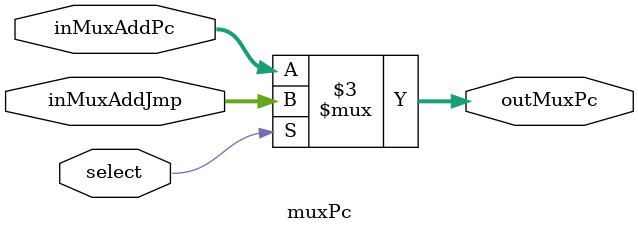
<source format=v>
`timescale 1ns / 1ps
module muxPc # (parameter tam=8)( 
input [tam-1:0] inMuxAddPc,
input [tam-1:0] inMuxAddJmp,
input select,
output reg [tam-1:0] outMuxPc
    );

always @(*)
begin
	if(select)
		begin
			outMuxPc = inMuxAddJmp;
		end
	
	else
		begin
			outMuxPc = inMuxAddPc;
		end
end

endmodule

</source>
